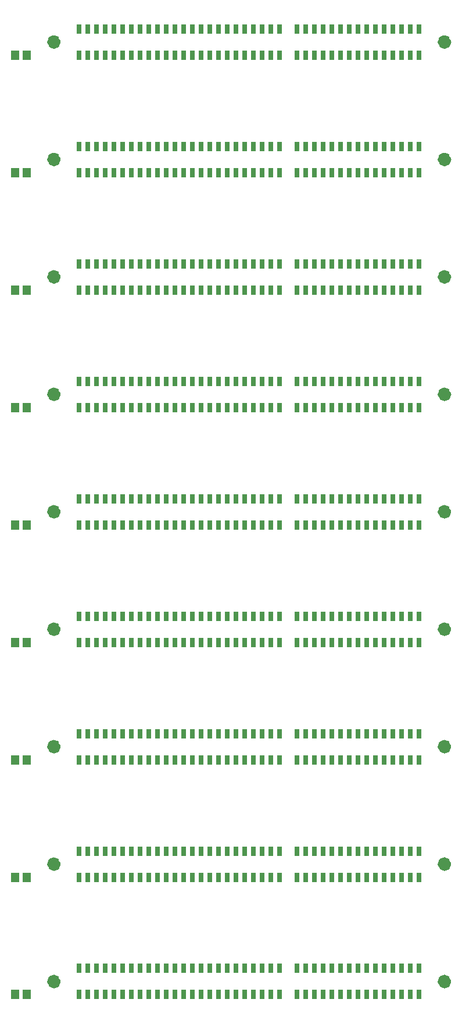
<source format=gbr>
%TF.GenerationSoftware,Altium Limited,Altium Designer,22.11.1 (43)*%
G04 Layer_Color=8421504*
%FSLAX45Y45*%
%MOMM*%
%TF.SameCoordinates,189E8146-0809-41ED-80BF-86DDFA5291D0*%
%TF.FilePolarity,Positive*%
%TF.FileFunction,Paste,Top*%
%TF.Part,Single*%
G01*
G75*
%TA.AperFunction,SMDPad,CuDef*%
%ADD10R,0.66000X1.35000*%
%ADD11R,1.20000X1.45000*%
%TA.AperFunction,NonConductor*%
%ADD38C,0.98000*%
D10*
X7451501Y14370502D02*
D03*
Y13989502D02*
D03*
X7324501Y14370502D02*
D03*
Y13989502D02*
D03*
X7197501Y14370502D02*
D03*
Y13989502D02*
D03*
X7070501Y14370502D02*
D03*
Y13989502D02*
D03*
X6943501Y14370502D02*
D03*
Y13989502D02*
D03*
X6816501Y14370502D02*
D03*
Y13989502D02*
D03*
X6689501Y14370502D02*
D03*
Y13989502D02*
D03*
X6562501Y14370502D02*
D03*
Y13989502D02*
D03*
X6435501Y14370502D02*
D03*
Y13989502D02*
D03*
X6308501Y14370502D02*
D03*
Y13989502D02*
D03*
X6181501Y14370502D02*
D03*
Y13989502D02*
D03*
X6054501Y14370502D02*
D03*
Y13989502D02*
D03*
X5927501Y14370502D02*
D03*
Y13989502D02*
D03*
X5800501Y14370502D02*
D03*
Y13989502D02*
D03*
X5673501Y14370502D02*
D03*
Y13989502D02*
D03*
X5419501Y14370502D02*
D03*
Y13989502D02*
D03*
X5292501Y14370502D02*
D03*
Y13989502D02*
D03*
X5165501Y14370502D02*
D03*
Y13989502D02*
D03*
X5038501Y14370502D02*
D03*
Y13989502D02*
D03*
X4911501Y14370502D02*
D03*
Y13989502D02*
D03*
X4784501Y14370502D02*
D03*
Y13989502D02*
D03*
X4657501Y14370502D02*
D03*
Y13989502D02*
D03*
X4530501Y14370502D02*
D03*
Y13989502D02*
D03*
X4403501Y14370502D02*
D03*
Y13989502D02*
D03*
X4276501Y14370502D02*
D03*
Y13989502D02*
D03*
X4149501Y14370502D02*
D03*
Y13989502D02*
D03*
X4022501Y14370502D02*
D03*
Y13989502D02*
D03*
X3895501Y14370502D02*
D03*
Y13989502D02*
D03*
X3768501Y14370502D02*
D03*
Y13989502D02*
D03*
X3641501Y14370502D02*
D03*
Y13989502D02*
D03*
X3514501Y14370502D02*
D03*
Y13989502D02*
D03*
X3387501Y14370502D02*
D03*
Y13989502D02*
D03*
X3260501Y14370502D02*
D03*
X3260500Y13989502D02*
D03*
X3133501Y14370502D02*
D03*
Y13989502D02*
D03*
X3006501Y14370502D02*
D03*
Y13989502D02*
D03*
X2879501Y14370502D02*
D03*
Y13989502D02*
D03*
X2752501Y14370502D02*
D03*
Y13989502D02*
D03*
X2625501Y14370502D02*
D03*
Y13989502D02*
D03*
X2498501Y14370502D02*
D03*
Y13989502D02*
D03*
Y12279498D02*
D03*
Y12660498D02*
D03*
X2625501Y12279498D02*
D03*
Y12660498D02*
D03*
X2752501Y12279498D02*
D03*
Y12660498D02*
D03*
X2879501Y12279498D02*
D03*
Y12660498D02*
D03*
X3006501Y12279498D02*
D03*
Y12660498D02*
D03*
X3133501Y12279498D02*
D03*
Y12660498D02*
D03*
X3260501Y12279498D02*
D03*
Y12660498D02*
D03*
X3387501Y12279498D02*
D03*
Y12660498D02*
D03*
X3514501Y12279498D02*
D03*
Y12660498D02*
D03*
X3641501Y12279498D02*
D03*
Y12660498D02*
D03*
X3768501Y12279498D02*
D03*
Y12660498D02*
D03*
X3895501Y12279498D02*
D03*
Y12660498D02*
D03*
X4022501Y12279498D02*
D03*
Y12660498D02*
D03*
X4149501Y12279498D02*
D03*
Y12660498D02*
D03*
X4276501Y12279498D02*
D03*
Y12660498D02*
D03*
X4403501Y12279498D02*
D03*
Y12660498D02*
D03*
X4530501Y12279498D02*
D03*
Y12660498D02*
D03*
X4657501Y12279498D02*
D03*
Y12660498D02*
D03*
X4784501Y12279498D02*
D03*
Y12660498D02*
D03*
X4911501Y12279498D02*
D03*
Y12660498D02*
D03*
X5038501Y12279498D02*
D03*
Y12660498D02*
D03*
X5165501Y12279498D02*
D03*
Y12660498D02*
D03*
X5292501Y12279498D02*
D03*
Y12660498D02*
D03*
X5419501Y12279498D02*
D03*
Y12660498D02*
D03*
X5673501Y12279498D02*
D03*
Y12660498D02*
D03*
X5800501Y12279498D02*
D03*
Y12660498D02*
D03*
X5927501Y12279498D02*
D03*
Y12660498D02*
D03*
X6054501Y12279498D02*
D03*
Y12660498D02*
D03*
X6181501Y12279498D02*
D03*
Y12660498D02*
D03*
X6308501Y12279498D02*
D03*
Y12660498D02*
D03*
X6435501Y12279498D02*
D03*
Y12660498D02*
D03*
X6562501Y12279498D02*
D03*
Y12660498D02*
D03*
X6689501Y12279498D02*
D03*
Y12660498D02*
D03*
X6816501Y12279498D02*
D03*
Y12660498D02*
D03*
X6943501Y12279498D02*
D03*
Y12660498D02*
D03*
X7070501Y12279498D02*
D03*
Y12660498D02*
D03*
X7197501Y12279498D02*
D03*
Y12660498D02*
D03*
X7324501Y12279498D02*
D03*
Y12660498D02*
D03*
X7451501Y12279498D02*
D03*
Y12660498D02*
D03*
X2498501Y10569499D02*
D03*
Y10950499D02*
D03*
X2625501Y10569499D02*
D03*
Y10950499D02*
D03*
X2752501Y10569499D02*
D03*
Y10950499D02*
D03*
X2879501Y10569499D02*
D03*
Y10950499D02*
D03*
X3006501Y10569499D02*
D03*
Y10950499D02*
D03*
X3133501Y10569499D02*
D03*
Y10950499D02*
D03*
X3260501Y10569499D02*
D03*
Y10950499D02*
D03*
X3387501Y10569499D02*
D03*
Y10950499D02*
D03*
X3514501Y10569499D02*
D03*
Y10950499D02*
D03*
X3641501Y10569499D02*
D03*
Y10950499D02*
D03*
X3768501Y10569499D02*
D03*
Y10950499D02*
D03*
X3895501Y10569499D02*
D03*
Y10950499D02*
D03*
X4022501Y10569499D02*
D03*
Y10950499D02*
D03*
X4149501Y10569499D02*
D03*
Y10950499D02*
D03*
X4276501Y10569499D02*
D03*
Y10950499D02*
D03*
X4403501Y10569499D02*
D03*
Y10950499D02*
D03*
X4530501Y10569499D02*
D03*
Y10950499D02*
D03*
X4657501Y10569499D02*
D03*
Y10950499D02*
D03*
X4784501Y10569499D02*
D03*
Y10950499D02*
D03*
X4911501Y10569499D02*
D03*
Y10950499D02*
D03*
X5038501Y10569499D02*
D03*
Y10950499D02*
D03*
X5165501Y10569499D02*
D03*
Y10950499D02*
D03*
X5292501Y10569499D02*
D03*
Y10950499D02*
D03*
X5419501Y10569499D02*
D03*
Y10950499D02*
D03*
X5673501Y10569499D02*
D03*
Y10950499D02*
D03*
X5800501Y10569499D02*
D03*
Y10950499D02*
D03*
X5927501Y10569499D02*
D03*
Y10950499D02*
D03*
X6054501Y10569499D02*
D03*
Y10950499D02*
D03*
X6181501Y10569499D02*
D03*
Y10950499D02*
D03*
X6308501Y10569499D02*
D03*
Y10950499D02*
D03*
X6435501Y10569499D02*
D03*
Y10950499D02*
D03*
X6562501Y10569499D02*
D03*
Y10950499D02*
D03*
X6689501Y10569499D02*
D03*
Y10950499D02*
D03*
X6816501Y10569499D02*
D03*
Y10950499D02*
D03*
X6943501Y10569499D02*
D03*
Y10950499D02*
D03*
X7070501Y10569499D02*
D03*
Y10950499D02*
D03*
X7197501Y10569499D02*
D03*
Y10950499D02*
D03*
X7324501Y10569499D02*
D03*
Y10950499D02*
D03*
X7451501Y10569499D02*
D03*
Y10950499D02*
D03*
X2498501Y8859500D02*
D03*
Y9240500D02*
D03*
X2625501Y8859500D02*
D03*
Y9240500D02*
D03*
X2752501Y8859500D02*
D03*
Y9240500D02*
D03*
X2879501Y8859500D02*
D03*
Y9240500D02*
D03*
X3006501Y8859500D02*
D03*
Y9240500D02*
D03*
X3133501Y8859500D02*
D03*
Y9240500D02*
D03*
X3260501Y8859500D02*
D03*
Y9240500D02*
D03*
X3387501Y8859500D02*
D03*
Y9240500D02*
D03*
X3514501Y8859500D02*
D03*
Y9240500D02*
D03*
X3641501Y8859500D02*
D03*
Y9240500D02*
D03*
X3768501Y8859500D02*
D03*
Y9240500D02*
D03*
X3895501Y8859500D02*
D03*
Y9240500D02*
D03*
X4022501Y8859500D02*
D03*
Y9240500D02*
D03*
X4149501Y8859500D02*
D03*
Y9240500D02*
D03*
X4276501Y8859500D02*
D03*
Y9240500D02*
D03*
X4403501Y8859500D02*
D03*
Y9240500D02*
D03*
X4530501Y8859500D02*
D03*
Y9240500D02*
D03*
X4657501Y8859500D02*
D03*
Y9240500D02*
D03*
X4784501Y8859500D02*
D03*
Y9240500D02*
D03*
X4911501Y8859500D02*
D03*
Y9240500D02*
D03*
X5038501Y8859500D02*
D03*
Y9240500D02*
D03*
X5165501Y8859500D02*
D03*
Y9240500D02*
D03*
X5292501Y8859500D02*
D03*
Y9240500D02*
D03*
X5419501Y8859500D02*
D03*
Y9240500D02*
D03*
X5673501Y8859500D02*
D03*
Y9240500D02*
D03*
X5800501Y8859500D02*
D03*
Y9240500D02*
D03*
X5927501Y8859500D02*
D03*
Y9240500D02*
D03*
X6054501Y8859500D02*
D03*
Y9240500D02*
D03*
X6181501Y8859500D02*
D03*
Y9240500D02*
D03*
X6308501Y8859500D02*
D03*
Y9240500D02*
D03*
X6435501Y8859500D02*
D03*
Y9240500D02*
D03*
X6562501Y8859500D02*
D03*
Y9240500D02*
D03*
X6689501Y8859500D02*
D03*
Y9240500D02*
D03*
X6816501Y8859500D02*
D03*
Y9240500D02*
D03*
X6943501Y8859500D02*
D03*
Y9240500D02*
D03*
X7070501Y8859500D02*
D03*
Y9240500D02*
D03*
X7197501Y8859500D02*
D03*
Y9240500D02*
D03*
X7324501Y8859500D02*
D03*
Y9240500D02*
D03*
X7451501Y8859500D02*
D03*
Y9240500D02*
D03*
X2498501Y7149501D02*
D03*
Y7530501D02*
D03*
X2625501Y7149501D02*
D03*
Y7530501D02*
D03*
X2752501Y7149501D02*
D03*
Y7530501D02*
D03*
X2879501Y7149501D02*
D03*
Y7530501D02*
D03*
X3006501Y7149501D02*
D03*
Y7530501D02*
D03*
X3133501Y7149501D02*
D03*
Y7530501D02*
D03*
X3260501Y7149501D02*
D03*
Y7530501D02*
D03*
X3387501Y7149501D02*
D03*
Y7530501D02*
D03*
X3514501Y7149501D02*
D03*
Y7530501D02*
D03*
X3641501Y7149501D02*
D03*
Y7530501D02*
D03*
X3768501Y7149501D02*
D03*
Y7530501D02*
D03*
X3895501Y7149501D02*
D03*
Y7530501D02*
D03*
X4022501Y7149501D02*
D03*
Y7530501D02*
D03*
X4149501Y7149501D02*
D03*
Y7530501D02*
D03*
X4276501Y7149501D02*
D03*
Y7530501D02*
D03*
X4403501Y7149501D02*
D03*
Y7530501D02*
D03*
X4530501Y7149501D02*
D03*
Y7530501D02*
D03*
X4657501Y7149501D02*
D03*
Y7530501D02*
D03*
X4784501Y7149501D02*
D03*
Y7530501D02*
D03*
X4911501Y7149501D02*
D03*
Y7530501D02*
D03*
X5038501Y7149501D02*
D03*
Y7530501D02*
D03*
X5165501Y7149501D02*
D03*
Y7530501D02*
D03*
X5292501Y7149501D02*
D03*
Y7530501D02*
D03*
X5419501Y7149501D02*
D03*
Y7530501D02*
D03*
X5673501Y7149501D02*
D03*
Y7530501D02*
D03*
X5800501Y7149501D02*
D03*
Y7530501D02*
D03*
X5927501Y7149501D02*
D03*
Y7530501D02*
D03*
X6054501Y7149501D02*
D03*
Y7530501D02*
D03*
X6181501Y7149501D02*
D03*
Y7530501D02*
D03*
X6308501Y7149501D02*
D03*
Y7530501D02*
D03*
X6435501Y7149501D02*
D03*
Y7530501D02*
D03*
X6562501Y7149501D02*
D03*
Y7530501D02*
D03*
X6689501Y7149501D02*
D03*
Y7530501D02*
D03*
X6816501Y7149501D02*
D03*
Y7530501D02*
D03*
X6943501Y7149501D02*
D03*
Y7530501D02*
D03*
X7070501Y7149501D02*
D03*
Y7530501D02*
D03*
X7197501Y7149501D02*
D03*
Y7530501D02*
D03*
X7324501Y7149501D02*
D03*
Y7530501D02*
D03*
X7451501Y7149501D02*
D03*
Y7530501D02*
D03*
X2498501Y5439501D02*
D03*
Y5820501D02*
D03*
X2625501Y5439501D02*
D03*
Y5820501D02*
D03*
X2752501Y5439501D02*
D03*
Y5820501D02*
D03*
X2879501Y5439501D02*
D03*
Y5820501D02*
D03*
X3006501Y5439501D02*
D03*
Y5820501D02*
D03*
X3133501Y5439501D02*
D03*
Y5820501D02*
D03*
X3260501Y5439501D02*
D03*
Y5820501D02*
D03*
X3387501Y5439501D02*
D03*
Y5820501D02*
D03*
X3514501Y5439501D02*
D03*
Y5820501D02*
D03*
X3641501Y5439501D02*
D03*
Y5820501D02*
D03*
X3768501Y5439501D02*
D03*
Y5820501D02*
D03*
X3895501Y5439501D02*
D03*
Y5820501D02*
D03*
X4022501Y5439501D02*
D03*
Y5820501D02*
D03*
X4149501Y5439501D02*
D03*
Y5820501D02*
D03*
X4276501Y5439501D02*
D03*
Y5820501D02*
D03*
X4403501Y5439501D02*
D03*
Y5820501D02*
D03*
X4530501Y5439501D02*
D03*
Y5820501D02*
D03*
X4657501Y5439501D02*
D03*
Y5820501D02*
D03*
X4784501Y5439501D02*
D03*
Y5820501D02*
D03*
X4911501Y5439501D02*
D03*
Y5820501D02*
D03*
X5038501Y5439501D02*
D03*
Y5820501D02*
D03*
X5165501Y5439501D02*
D03*
Y5820501D02*
D03*
X5292501Y5439501D02*
D03*
Y5820501D02*
D03*
X5419501Y5439501D02*
D03*
Y5820501D02*
D03*
X5673501Y5439501D02*
D03*
Y5820501D02*
D03*
X5800501Y5439501D02*
D03*
Y5820501D02*
D03*
X5927501Y5439501D02*
D03*
Y5820501D02*
D03*
X6054501Y5439501D02*
D03*
Y5820501D02*
D03*
X6181501Y5439501D02*
D03*
Y5820501D02*
D03*
X6308501Y5439501D02*
D03*
Y5820501D02*
D03*
X6435501Y5439501D02*
D03*
Y5820501D02*
D03*
X6562501Y5439501D02*
D03*
Y5820501D02*
D03*
X6689501Y5439501D02*
D03*
Y5820501D02*
D03*
X6816501Y5439501D02*
D03*
Y5820501D02*
D03*
X6943501Y5439501D02*
D03*
Y5820501D02*
D03*
X7070501Y5439501D02*
D03*
Y5820501D02*
D03*
X7197501Y5439501D02*
D03*
Y5820501D02*
D03*
X7324501Y5439501D02*
D03*
Y5820501D02*
D03*
X7451501Y5439501D02*
D03*
Y5820501D02*
D03*
X2498501Y3729502D02*
D03*
Y4110502D02*
D03*
X2625501Y3729502D02*
D03*
Y4110502D02*
D03*
X2752501Y3729502D02*
D03*
Y4110502D02*
D03*
X2879501Y3729502D02*
D03*
Y4110502D02*
D03*
X3006501Y3729502D02*
D03*
Y4110502D02*
D03*
X3133501Y3729502D02*
D03*
Y4110502D02*
D03*
X3260501Y3729502D02*
D03*
Y4110502D02*
D03*
X3387501Y3729502D02*
D03*
Y4110502D02*
D03*
X3514501Y3729502D02*
D03*
Y4110502D02*
D03*
X3641501Y3729502D02*
D03*
Y4110502D02*
D03*
X3768501Y3729502D02*
D03*
Y4110502D02*
D03*
X3895501Y3729502D02*
D03*
Y4110502D02*
D03*
X4022501Y3729502D02*
D03*
Y4110502D02*
D03*
X4149501Y3729502D02*
D03*
Y4110502D02*
D03*
X4276501Y3729502D02*
D03*
Y4110502D02*
D03*
X4403501Y3729502D02*
D03*
Y4110502D02*
D03*
X4530501Y3729502D02*
D03*
Y4110502D02*
D03*
X4657501Y3729502D02*
D03*
Y4110502D02*
D03*
X4784501Y3729502D02*
D03*
Y4110502D02*
D03*
X4911501Y3729502D02*
D03*
Y4110502D02*
D03*
X5038501Y3729502D02*
D03*
Y4110502D02*
D03*
X5165501Y3729502D02*
D03*
Y4110502D02*
D03*
X5292501Y3729502D02*
D03*
Y4110502D02*
D03*
X5419501Y3729502D02*
D03*
Y4110502D02*
D03*
X5673501Y3729502D02*
D03*
Y4110502D02*
D03*
X5800501Y3729502D02*
D03*
Y4110502D02*
D03*
X5927501Y3729502D02*
D03*
Y4110502D02*
D03*
X6054501Y3729502D02*
D03*
Y4110502D02*
D03*
X6181501Y3729502D02*
D03*
Y4110502D02*
D03*
X6308501Y3729502D02*
D03*
Y4110502D02*
D03*
X6435501Y3729502D02*
D03*
Y4110502D02*
D03*
X6562501Y3729502D02*
D03*
Y4110502D02*
D03*
X6689501Y3729502D02*
D03*
Y4110502D02*
D03*
X6816501Y3729502D02*
D03*
Y4110502D02*
D03*
X6943501Y3729502D02*
D03*
Y4110502D02*
D03*
X7070501Y3729502D02*
D03*
Y4110502D02*
D03*
X7197501Y3729502D02*
D03*
Y4110502D02*
D03*
X7324501Y3729502D02*
D03*
Y4110502D02*
D03*
X7451501Y3729502D02*
D03*
Y4110502D02*
D03*
X2498501Y2019498D02*
D03*
Y2400498D02*
D03*
X2625501Y2019498D02*
D03*
Y2400498D02*
D03*
X2752501Y2019498D02*
D03*
Y2400498D02*
D03*
X2879501Y2019498D02*
D03*
Y2400498D02*
D03*
X3006501Y2019498D02*
D03*
Y2400498D02*
D03*
X3133501Y2019498D02*
D03*
Y2400498D02*
D03*
X3260501Y2019498D02*
D03*
Y2400498D02*
D03*
X3387501Y2019498D02*
D03*
Y2400498D02*
D03*
X3514501Y2019498D02*
D03*
Y2400498D02*
D03*
X3641501Y2019498D02*
D03*
Y2400498D02*
D03*
X3768501Y2019498D02*
D03*
Y2400498D02*
D03*
X3895501Y2019498D02*
D03*
Y2400498D02*
D03*
X4022501Y2019498D02*
D03*
Y2400498D02*
D03*
X4149501Y2019498D02*
D03*
Y2400498D02*
D03*
X4276501Y2019498D02*
D03*
Y2400498D02*
D03*
X4403501Y2019498D02*
D03*
Y2400498D02*
D03*
X4530501Y2019498D02*
D03*
Y2400498D02*
D03*
X4657501Y2019498D02*
D03*
Y2400498D02*
D03*
X4784501Y2019498D02*
D03*
Y2400498D02*
D03*
X4911501Y2019498D02*
D03*
Y2400498D02*
D03*
X5038501Y2019498D02*
D03*
Y2400498D02*
D03*
X5165501Y2019498D02*
D03*
Y2400498D02*
D03*
X5292501Y2019498D02*
D03*
Y2400498D02*
D03*
X5419501Y2019498D02*
D03*
Y2400498D02*
D03*
X5673501Y2019498D02*
D03*
Y2400498D02*
D03*
X5800501Y2019498D02*
D03*
Y2400498D02*
D03*
X5927501Y2019498D02*
D03*
Y2400498D02*
D03*
X6054501Y2019498D02*
D03*
Y2400498D02*
D03*
X6181501Y2019498D02*
D03*
Y2400498D02*
D03*
X6308501Y2019498D02*
D03*
Y2400498D02*
D03*
X6435501Y2019498D02*
D03*
Y2400498D02*
D03*
X6562501Y2019498D02*
D03*
Y2400498D02*
D03*
X6689501Y2019498D02*
D03*
Y2400498D02*
D03*
X6816501Y2019498D02*
D03*
Y2400498D02*
D03*
X6943501Y2019498D02*
D03*
Y2400498D02*
D03*
X7070501Y2019498D02*
D03*
Y2400498D02*
D03*
X7197501Y2019498D02*
D03*
Y2400498D02*
D03*
X7324501Y2019498D02*
D03*
Y2400498D02*
D03*
X7451501Y2019498D02*
D03*
Y2400498D02*
D03*
Y309499D02*
D03*
X7324501Y690499D02*
D03*
X7197501Y309499D02*
D03*
X7070501Y690499D02*
D03*
X6943501Y309499D02*
D03*
X6689501Y690499D02*
D03*
X6562501D02*
D03*
X2752501D02*
D03*
X2625501D02*
D03*
X6689501Y309499D02*
D03*
X6562501D02*
D03*
X2752501D02*
D03*
X2625501D02*
D03*
X6308501Y690499D02*
D03*
Y309499D02*
D03*
X6181501Y690499D02*
D03*
Y309499D02*
D03*
X6054501Y690499D02*
D03*
Y309499D02*
D03*
X5927501Y690499D02*
D03*
Y309499D02*
D03*
X5800501Y690499D02*
D03*
Y309499D02*
D03*
X5673501Y690499D02*
D03*
Y309499D02*
D03*
X5419501Y690499D02*
D03*
Y309499D02*
D03*
X5292501Y690499D02*
D03*
Y309499D02*
D03*
X5038501Y690499D02*
D03*
Y309499D02*
D03*
X4911501Y690499D02*
D03*
Y309499D02*
D03*
X4784501Y690499D02*
D03*
Y309499D02*
D03*
X4657501Y690499D02*
D03*
Y309499D02*
D03*
X4530501Y690499D02*
D03*
X4403501D02*
D03*
Y309499D02*
D03*
X4276501Y690499D02*
D03*
Y309499D02*
D03*
X4149501Y690499D02*
D03*
X4022501Y309499D02*
D03*
X3895501Y690499D02*
D03*
X3768501D02*
D03*
Y309499D02*
D03*
X3641501Y690499D02*
D03*
Y309499D02*
D03*
X3514501D02*
D03*
X3387501D02*
D03*
X3260501D02*
D03*
X3133501D02*
D03*
X3006501D02*
D03*
X3514501Y690499D02*
D03*
X3387501D02*
D03*
X3260501D02*
D03*
X3133501D02*
D03*
X3006501D02*
D03*
X2498501Y309499D02*
D03*
X7451501Y690499D02*
D03*
X7324501Y309499D02*
D03*
X7197501Y690499D02*
D03*
X7070501Y309499D02*
D03*
X6943501Y690499D02*
D03*
X6816501D02*
D03*
Y309499D02*
D03*
X6435501Y690499D02*
D03*
Y309499D02*
D03*
X5165501Y690499D02*
D03*
Y309499D02*
D03*
X4530501D02*
D03*
X4149501D02*
D03*
X4022501Y690499D02*
D03*
X3895501Y309499D02*
D03*
X2879501Y690499D02*
D03*
Y309499D02*
D03*
X2498501Y690499D02*
D03*
D11*
X1734998Y13989502D02*
D03*
X1565001D02*
D03*
X1734998Y12279498D02*
D03*
X1565001D02*
D03*
X1734998Y10569499D02*
D03*
X1565001D02*
D03*
X1734998Y8859500D02*
D03*
X1565001D02*
D03*
X1734998Y7149501D02*
D03*
X1565001D02*
D03*
X1734998Y5439501D02*
D03*
X1565001D02*
D03*
X1734998Y3729502D02*
D03*
X1565001D02*
D03*
X1734998Y2019498D02*
D03*
X1565001D02*
D03*
X1734998Y309499D02*
D03*
X1565001D02*
D03*
D38*
X7869000Y14180000D02*
G03*
X7869000Y14180000I-49000J0D01*
G01*
X2179000D02*
G03*
X2179000Y14180000I-49000J0D01*
G01*
Y12470000D02*
G03*
X2179000Y12470000I-49000J0D01*
G01*
X7869000D02*
G03*
X7869000Y12470000I-49000J0D01*
G01*
X2179000Y10760000D02*
G03*
X2179000Y10760000I-49000J0D01*
G01*
X7869000D02*
G03*
X7869000Y10760000I-49000J0D01*
G01*
X2179000Y9050000D02*
G03*
X2179000Y9050000I-49000J0D01*
G01*
X7869000D02*
G03*
X7869000Y9050000I-49000J0D01*
G01*
X2179000Y7340000D02*
G03*
X2179000Y7340000I-49000J0D01*
G01*
X7869000D02*
G03*
X7869000Y7340000I-49000J0D01*
G01*
X2179000Y5630000D02*
G03*
X2179000Y5630000I-49000J0D01*
G01*
X7869000D02*
G03*
X7869000Y5630000I-49000J0D01*
G01*
X2179000Y3920000D02*
G03*
X2179000Y3920000I-49000J0D01*
G01*
X7869000D02*
G03*
X7869000Y3920000I-49000J0D01*
G01*
X2179000Y2210000D02*
G03*
X2179000Y2210000I-49000J0D01*
G01*
X7869000D02*
G03*
X7869000Y2210000I-49000J0D01*
G01*
Y500000D02*
G03*
X7869000Y500000I-49000J0D01*
G01*
X2179000D02*
G03*
X2179000Y500000I-49000J0D01*
G01*
%TF.MD5,3d3af17f4f1af77678ec64835f31d745*%
M02*

</source>
